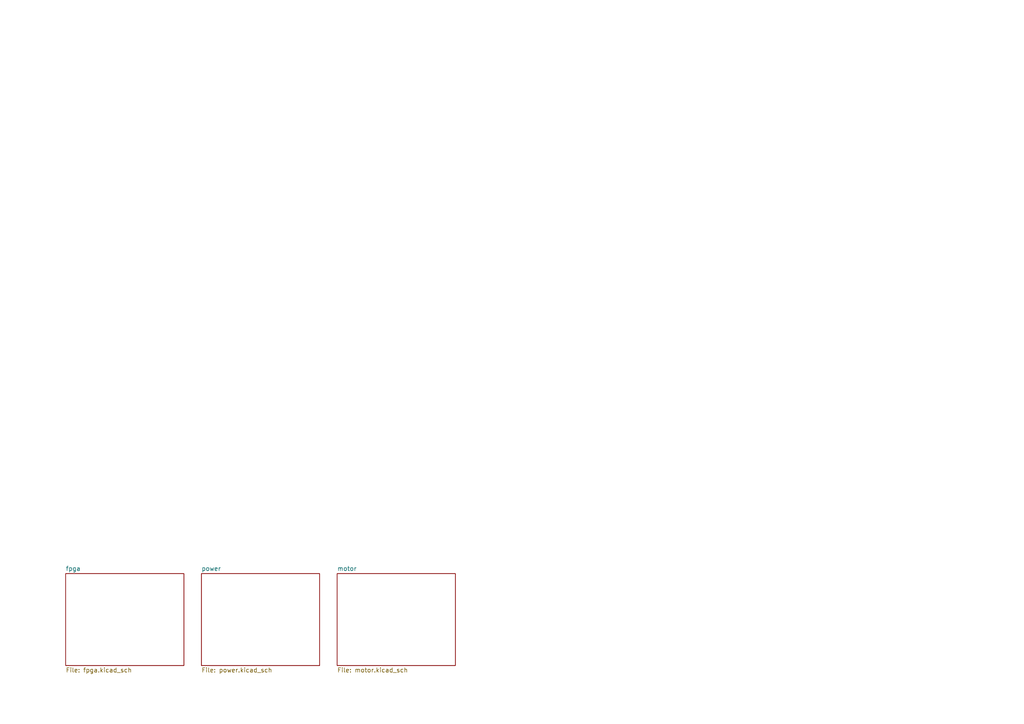
<source format=kicad_sch>
(kicad_sch (version 20230121) (generator eeschema)
  (paper "A4")
  (lib_symbols)
  (sheet (at 19.05 166.37) (size 34.29 26.67) (stroke (width 0.1524))
    (property "Sheetname" "fpga" (at 19.05 165.6584 0) (effects (justify left bottom)))
    (property "Sheetfile" "fpga.kicad_sch" (at 19.05 193.6246 0) (effects (justify left top)))
  )
  (sheet (at 97.79 166.37) (size 34.29 26.67) (stroke (width 0.1524))
    (property "Sheetname" "motor" (at 97.79 165.6584 0) (effects (justify left bottom)))
    (property "Sheetfile" "motor.kicad_sch" (at 97.79 193.6246 0) (effects (justify left top)))
  )
  (sheet (at 58.42 166.37) (size 34.29 26.67) (stroke (width 0.1524))
    (property "Sheetname" "power" (at 58.42 165.6584 0) (effects (justify left bottom)))
    (property "Sheetfile" "power.kicad_sch" (at 58.42 193.6246 0) (effects (justify left top)))
  )
)
</source>
